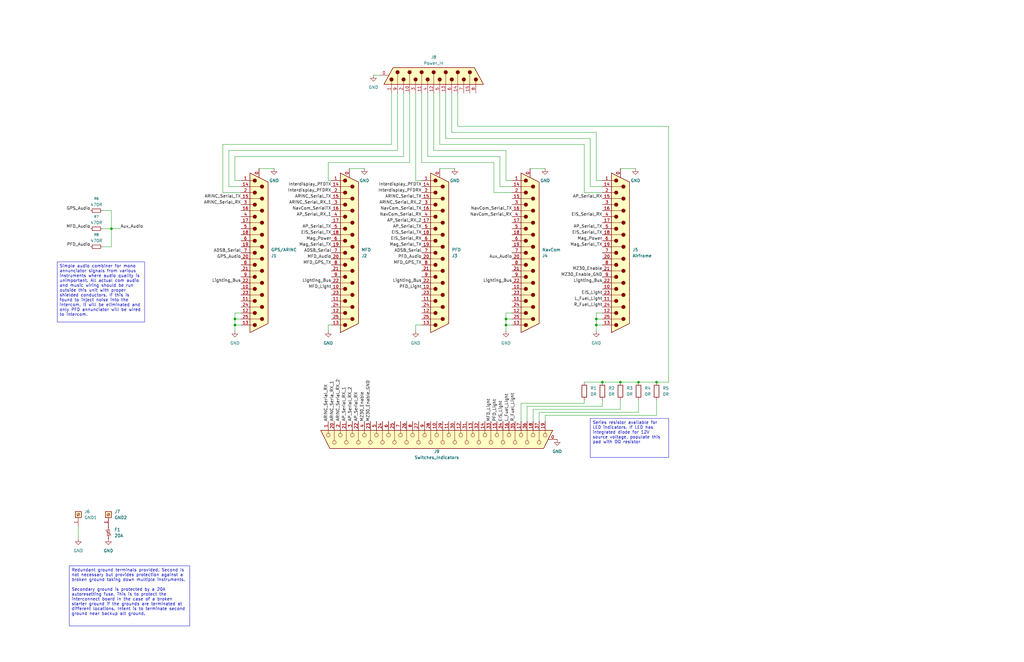
<source format=kicad_sch>
(kicad_sch (version 20250114) (generator "eeschema") (generator_version "9.0")
  (paper "B")
  (lib_symbols
    (symbol "Connector:DA15_Pins_MountingHoles" (pin_names (offset 1.016) (hide yes))
      (property "Reference" "J" (at 0 24.13 0))
      (property "Value" "DA15_Pins_MountingHoles" (at 0 22.225 0))
      (symbol "DA15_Pins_MountingHoles_0_1"
        (polyline (pts (xy -3.81 17.78) (xy -2.54 17.78)))
        (polyline (pts (xy -3.81 15.24) (xy 0.508 15.24)))
        (polyline (pts (xy -3.81 12.7) (xy -2.54 12.7)))
        (polyline (pts (xy -3.81 10.16) (xy 0.508 10.16)))
        (polyline (pts (xy -3.81 7.62) (xy -2.54 7.62)))
        (polyline (pts (xy -3.81 5.08) (xy 0.508 5.08)))
        (polyline (pts (xy -3.81 2.54) (xy -2.54 2.54)))
        (polyline (pts (xy -3.81 0) (xy 0.508 0)))
        (polyline (pts (xy -3.81 -2.54) (xy -2.54 -2.54)))
        (polyline (pts (xy -3.81 -5.08) (xy 0.508 -5.08)))
        (polyline (pts (xy -3.81 -7.62) (xy -2.54 -7.62)))
        (polyline (pts (xy -3.81 -10.16) (xy 0.508 -10.16)))
        (polyline (pts (xy -3.81 -12.7) (xy -2.54 -12.7)))
        (polyline (pts (xy -3.81 -15.24) (xy 0.508 -15.24)))
        (polyline (pts (xy -3.81 -17.78) (xy -2.54 -17.78)))
        (polyline (pts (xy -3.81 -20.955) (xy 3.175 -17.145) (xy 3.175 17.145) (xy -3.81 20.955) (xy -3.81 -20.955)) (stroke (width 0.254)) (fill (type background)))
        (circle (center -1.778 17.78) (radius 0.762) (fill (type outline)))
        (circle (center -1.778 12.7) (radius 0.762) (fill (type outline)))
        (circle (center -1.778 7.62) (radius 0.762) (fill (type outline)))
        (circle (center -1.778 2.54) (radius 0.762) (fill (type outline)))
        (circle (center -1.778 -2.54) (radius 0.762) (fill (type outline)))
        (circle (center -1.778 -7.62) (radius 0.762) (fill (type outline)))
        (circle (center -1.778 -12.7) (radius 0.762) (fill (type outline)))
        (circle (center -1.778 -17.78) (radius 0.762) (fill (type outline)))
        (circle (center 1.27 15.24) (radius 0.762) (fill (type outline)))
        (circle (center 1.27 10.16) (radius 0.762) (fill (type outline)))
        (circle (center 1.27 5.08) (radius 0.762) (fill (type outline)))
        (circle (center 1.27 0) (radius 0.762) (fill (type outline)))
        (circle (center 1.27 -5.08) (radius 0.762) (fill (type outline)))
        (circle (center 1.27 -10.16) (radius 0.762) (fill (type outline)))
        (circle (center 1.27 -15.24) (radius 0.762) (fill (type outline)))
      )
      (symbol "DA15_Pins_MountingHoles_1_1"
        (pin passive line (at -7.62 17.78 0) (length 3.81) (name "8") (number "8"))
        (pin passive line (at -7.62 15.24 0) (length 3.81) (name "P15") (number "15"))
        (pin passive line (at -7.62 12.7 0) (length 3.81) (name "7") (number "7"))
        (pin passive line (at -7.62 10.16 0) (length 3.81) (name "P14") (number "14"))
        (pin passive line (at -7.62 7.62 0) (length 3.81) (name "6") (number "6"))
        (pin passive line (at -7.62 5.08 0) (length 3.81) (name "P13") (number "13"))
        (pin passive line (at -7.62 2.54 0) (length 3.81) (name "5") (number "5"))
        (pin passive line (at -7.62 0 0) (length 3.81) (name "P12") (number "12"))
        (pin passive line (at -7.62 -2.54 0) (length 3.81) (name "4") (number "4"))
        (pin passive line (at -7.62 -5.08 0) (length 3.81) (name "P111") (number "11"))
        (pin passive line (at -7.62 -7.62 0) (length 3.81) (name "3") (number "3"))
        (pin passive line (at -7.62 -10.16 0) (length 3.81) (name "P10") (number "10"))
        (pin passive line (at -7.62 -12.7 0) (length 3.81) (name "2") (number "2"))
        (pin passive line (at -7.62 -15.24 0) (length 3.81) (name "P9") (number "9"))
        (pin passive line (at -7.62 -17.78 0) (length 3.81) (name "1") (number "1"))
        (pin passive line (at 0 -22.86 90) (length 3.81) (name "PAD") (number "0"))
      )
    )
    (symbol "Connector:DB25_Pins_MountingHoles" (pin_names (offset 1.016) (hide yes))
      (property "Reference" "J" (at 0 36.83 0))
      (property "Value" "DB25_Pins_MountingHoles" (at 0 34.925 0))
      (symbol "DB25_Pins_MountingHoles_0_1"
        (polyline (pts (xy -3.81 30.48) (xy -2.54 30.48)))
        (polyline (pts (xy -3.81 27.94) (xy 0.508 27.94)))
        (polyline (pts (xy -3.81 25.4) (xy -2.54 25.4)))
        (polyline (pts (xy -3.81 22.86) (xy 0.508 22.86)))
        (polyline (pts (xy -3.81 20.32) (xy -2.54 20.32)))
        (polyline (pts (xy -3.81 17.78) (xy 0.508 17.78)))
        (polyline (pts (xy -3.81 15.24) (xy -2.54 15.24)))
        (polyline (pts (xy -3.81 12.7) (xy 0.508 12.7)))
        (polyline (pts (xy -3.81 10.16) (xy -2.54 10.16)))
        (polyline (pts (xy -3.81 7.62) (xy 0.508 7.62)))
        (polyline (pts (xy -3.81 5.08) (xy -2.54 5.08)))
        (polyline (pts (xy -3.81 2.54) (xy 0.508 2.54)))
        (polyline (pts (xy -3.81 0) (xy -2.54 0)))
        (polyline (pts (xy -3.81 -2.54) (xy 0.508 -2.54)))
        (polyline (pts (xy -3.81 -5.08) (xy -2.54 -5.08)))
        (polyline (pts (xy -3.81 -7.62) (xy 0.508 -7.62)))
        (polyline (pts (xy -3.81 -10.16) (xy -2.54 -10.16)))
        (polyline (pts (xy -3.81 -12.7) (xy 0.508 -12.7)))
        (polyline (pts (xy -3.81 -15.24) (xy -2.54 -15.24)))
        (polyline (pts (xy -3.81 -17.78) (xy 0.508 -17.78)))
        (polyline (pts (xy -3.81 -20.32) (xy -2.54 -20.32)))
        (polyline (pts (xy -3.81 -22.86) (xy 0.508 -22.86)))
        (polyline (pts (xy -3.81 -25.4) (xy -2.54 -25.4)))
        (polyline (pts (xy -3.81 -27.94) (xy 0.508 -27.94)))
        (polyline (pts (xy -3.81 -30.48) (xy -2.54 -30.48)))
        (polyline (pts (xy -3.81 -33.655) (xy 3.81 -29.845) (xy 3.81 29.845) (xy -3.81 33.655) (xy -3.81 -33.655)) (stroke (width 0.254)) (fill (type background)))
        (circle (center -1.778 30.48) (radius 0.762) (fill (type outline)))
        (circle (center -1.778 25.4) (radius 0.762) (fill (type outline)))
        (circle (center -1.778 20.32) (radius 0.762) (fill (type outline)))
        (circle (center -1.778 15.24) (radius 0.762) (fill (type outline)))
        (circle (center -1.778 10.16) (radius 0.762) (fill (type outline)))
        (circle (center -1.778 5.08) (radius 0.762) (fill (type outline)))
        (circle (center -1.778 0) (radius 0.762) (fill (type outline)))
        (circle (center -1.778 -5.08) (radius 0.762) (fill (type outline)))
        (circle (center -1.778 -10.16) (radius 0.762) (fill (type outline)))
        (circle (center -1.778 -15.24) (radius 0.762) (fill (type outline)))
        (circle (center -1.778 -20.32) (radius 0.762) (fill (type outline)))
        (circle (center -1.778 -25.4) (radius 0.762) (fill (type outline)))
        (circle (center -1.778 -30.48) (radius 0.762) (fill (type outline)))
        (circle (center 1.27 27.94) (radius 0.762) (fill (type outline)))
        (circle (center 1.27 22.86) (radius 0.762) (fill (type outline)))
        (circle (center 1.27 17.78) (radius 0.762) (fill (type outline)))
        (circle (center 1.27 12.7) (radius 0.762) (fill (type outline)))
        (circle (center 1.27 7.62) (radius 0.762) (fill (type outline)))
        (circle (center 1.27 2.54) (radius 0.762) (fill (type outline)))
        (circle (center 1.27 -2.54) (radius 0.762) (fill (type outline)))
        (circle (center 1.27 -7.62) (radius 0.762) (fill (type outline)))
        (circle (center 1.27 -12.7) (radius 0.762) (fill (type outline)))
        (circle (center 1.27 -17.78) (radius 0.762) (fill (type outline)))
        (circle (center 1.27 -22.86) (radius 0.762) (fill (type outline)))
        (circle (center 1.27 -27.94) (radius 0.762) (fill (type outline)))
      )
      (symbol "DB25_Pins_MountingHoles_1_1"
        (pin passive line (at -7.62 30.48 0) (length 3.81) (name "13") (number "13"))
        (pin passive line (at -7.62 27.94 0) (length 3.81) (name "P25") (number "25"))
        (pin passive line (at -7.62 25.4 0) (length 3.81) (name "12") (number "12"))
        (pin passive line (at -7.62 22.86 0) (length 3.81) (name "P24") (number "24"))
        (pin passive line (at -7.62 20.32 0) (length 3.81) (name "11") (number "11"))
        (pin passive line (at -7.62 17.78 0) (length 3.81) (name "P23") (number "23"))
        (pin passive line (at -7.62 15.24 0) (length 3.81) (name "10") (number "10"))
        (pin passive line (at -7.62 12.7 0) (length 3.81) (name "P22") (number "22"))
        (pin passive line (at -7.62 10.16 0) (length 3.81) (name "9") (number "9"))
        (pin passive line (at -7.62 7.62 0) (length 3.81) (name "P21") (number "21"))
        (pin passive line (at -7.62 5.08 0) (length 3.81) (name "8") (number "8"))
        (pin passive line (at -7.62 2.54 0) (length 3.81) (name "P20") (number "20"))
        (pin passive line (at -7.62 0 0) (length 3.81) (name "7") (number "7"))
        (pin passive line (at -7.62 -2.54 0) (length 3.81) (name "P19") (number "19"))
        (pin passive line (at -7.62 -5.08 0) (length 3.81) (name "6") (number "6"))
        (pin passive line (at -7.62 -7.62 0) (length 3.81) (name "P18") (number "18"))
        (pin passive line (at -7.62 -10.16 0) (length 3.81) (name "5") (number "5"))
        (pin passive line (at -7.62 -12.7 0) (length 3.81) (name "P17") (number "17"))
        (pin passive line (at -7.62 -15.24 0) (length 3.81) (name "4") (number "4"))
        (pin passive line (at -7.62 -17.78 0) (length 3.81) (name "P16") (number "16"))
        (pin passive line (at -7.62 -20.32 0) (length 3.81) (name "3") (number "3"))
        (pin passive line (at -7.62 -22.86 0) (length 3.81) (name "P15") (number "15"))
        (pin passive line (at -7.62 -25.4 0) (length 3.81) (name "2") (number "2"))
        (pin passive line (at -7.62 -27.94 0) (length 3.81) (name "P14") (number "14"))
        (pin passive line (at -7.62 -30.48 0) (length 3.81) (name "1") (number "1"))
        (pin passive line (at 0 -35.56 90) (length 3.81) (name "PAD") (number "0"))
      )
    )
    (symbol "Connector:DC37_Socket_MountingHoles" (pin_names (offset 1.016) (hide yes))
      (property "Reference" "J" (at 0 52.07 0))
      (property "Value" "DC37_Socket_MountingHoles" (at 0 50.165 0))
      (symbol "DC37_Socket_MountingHoles_0_1"
        (polyline (pts (xy -3.81 45.72) (xy -2.54 45.72)))
        (polyline (pts (xy -3.81 43.18) (xy 0.508 43.18)))
        (polyline (pts (xy -3.81 40.64) (xy -2.54 40.64)))
        (polyline (pts (xy -3.81 38.1) (xy 0.508 38.1)))
        (polyline (pts (xy -3.81 35.56) (xy -2.54 35.56)))
        (polyline (pts (xy -3.81 33.02) (xy 0.508 33.02)))
        (polyline (pts (xy -3.81 30.48) (xy -2.54 30.48)))
        (polyline (pts (xy -3.81 27.94) (xy 0.508 27.94)))
        (polyline (pts (xy -3.81 25.4) (xy -2.54 25.4)))
        (polyline (pts (xy -3.81 22.86) (xy 0.508 22.86)))
        (polyline (pts (xy -3.81 20.32) (xy -2.54 20.32)))
        (polyline (pts (xy -3.81 17.78) (xy 0.508 17.78)))
        (polyline (pts (xy -3.81 15.24) (xy -2.54 15.24)))
        (polyline (pts (xy -3.81 12.7) (xy 0.508 12.7)))
        (polyline (pts (xy -3.81 10.16) (xy -2.54 10.16)))
        (polyline (pts (xy -3.81 7.62) (xy 0.508 7.62)))
        (polyline (pts (xy -3.81 5.08) (xy -2.54 5.08)))
        (polyline (pts (xy -3.81 2.54) (xy 0.508 2.54)))
        (polyline (pts (xy -3.81 0) (xy -2.54 0)))
        (polyline (pts (xy -3.81 -2.54) (xy 0.508 -2.54)))
        (polyline (pts (xy -3.81 -5.08) (xy -2.54 -5.08)))
        (polyline (pts (xy -3.81 -7.62) (xy 0.508 -7.62)))
        (polyline (pts (xy -3.81 -10.16) (xy -2.54 -10.16)))
        (polyline (pts (xy -3.81 -12.7) (xy 0.508 -12.7)))
        (polyline (pts (xy -3.81 -15.24) (xy -2.54 -15.24)))
        (polyline (pts (xy -3.81 -17.78) (xy 0.508 -17.78)))
        (polyline (pts (xy -3.81 -20.32) (xy -2.54 -20.32)))
        (polyline (pts (xy -3.81 -22.86) (xy 0.508 -22.86)))
        (polyline (pts (xy -3.81 -25.4) (xy -2.54 -25.4)))
        (polyline (pts (xy -3.81 -27.94) (xy 0.508 -27.94)))
        (polyline (pts (xy -3.81 -30.48) (xy -2.54 -30.48)))
        (polyline (pts (xy -3.81 -33.02) (xy 0.508 -33.02)))
        (polyline (pts (xy -3.81 -35.56) (xy -2.54 -35.56)))
        (polyline (pts (xy -3.81 -38.1) (xy 0.508 -38.1)))
        (polyline (pts (xy -3.81 -40.64) (xy -2.54 -40.64)))
        (polyline (pts (xy -3.81 -43.18) (xy 0.508 -43.18)))
        (polyline (pts (xy -3.81 -45.72) (xy -2.54 -45.72)))
        (polyline (pts (xy -3.81 -48.895) (xy 3.81 -45.085) (xy 3.81 45.085) (xy -3.81 48.895) (xy -3.81 -48.895)) (stroke (width 0.254)) (fill (type background)))
        (circle (center -1.778 45.72) (radius 0.762))
        (circle (center -1.778 40.64) (radius 0.762))
        (circle (center -1.778 35.56) (radius 0.762))
        (circle (center -1.778 30.48) (radius 0.762))
        (circle (center -1.778 25.4) (radius 0.762))
        (circle (center -1.778 20.32) (radius 0.762))
        (circle (center -1.778 15.24) (radius 0.762))
        (circle (center -1.778 10.16) (radius 0.762))
        (circle (center -1.778 5.08) (radius 0.762))
        (circle (center -1.778 0) (radius 0.762))
        (circle (center -1.778 -5.08) (radius 0.762))
        (circle (center -1.778 -10.16) (radius 0.762))
        (circle (center -1.778 -15.24) (radius 0.762))
        (circle (center -1.778 -20.32) (radius 0.762))
        (circle (center -1.778 -25.4) (radius 0.762))
        (circle (center -1.778 -30.48) (radius 0.762))
        (circle (center -1.778 -35.56) (radius 0.762))
        (circle (center -1.778 -40.64) (radius 0.762))
        (circle (center -1.778 -45.72) (radius 0.762))
        (circle (center 1.27 43.18) (radius 0.762))
        (circle (center 1.27 38.1) (radius 0.762))
        (circle (center 1.27 33.02) (radius 0.762))
        (circle (center 1.27 27.94) (radius 0.762))
        (circle (center 1.27 22.86) (radius 0.762))
        (circle (center 1.27 17.78) (radius 0.762))
        (circle (center 1.27 12.7) (radius 0.762))
        (circle (center 1.27 7.62) (radius 0.762))
        (circle (center 1.27 2.54) (radius 0.762))
        (circle (center 1.27 -2.54) (radius 0.762))
        (circle (center 1.27 -7.62) (radius 0.762))
        (circle (center 1.27 -12.7) (radius 0.762))
        (circle (center 1.27 -17.78) (radius 0.762))
        (circle (center 1.27 -22.86) (radius 0.762))
        (circle (center 1.27 -27.94) (radius 0.762))
        (circle (center 1.27 -33.02) (radius 0.762))
        (circle (center 1.27 -38.1) (radius 0.762))
        (circle (center 1.27 -43.18) (radius 0.762))
      )
      (symbol "DC37_Socket_MountingHoles_1_1"
        (pin passive line (at -7.62 45.72 0) (length 3.81) (name "1") (number "1"))
        (pin passive line (at -7.62 43.18 0) (length 3.81) (name "20") (number "20"))
        (pin passive line (at -7.62 40.64 0) (length 3.81) (name "2") (number "2"))
        (pin passive line (at -7.62 38.1 0) (length 3.81) (name "21") (number "21"))
        (pin passive line (at -7.62 35.56 0) (length 3.81) (name "3") (number "3"))
        (pin passive line (at -7.62 33.02 0) (length 3.81) (name "22") (number "22"))
        (pin passive line (at -7.62 30.48 0) (length 3.81) (name "4") (number "4"))
        (pin passive line (at -7.62 27.94 0) (length 3.81) (name "23") (number "23"))
        (pin passive line (at -7.62 25.4 0) (length 3.81) (name "5") (number "5"))
        (pin passive line (at -7.62 22.86 0) (length 3.81) (name "24") (number "24"))
        (pin passive line (at -7.62 20.32 0) (length 3.81) (name "6") (number "6"))
        (pin passive line (at -7.62 17.78 0) (length 3.81) (name "25") (number "25"))
        (pin passive line (at -7.62 15.24 0) (length 3.81) (name "7") (number "7"))
        (pin passive line (at -7.62 12.7 0) (length 3.81) (name "26") (number "26"))
        (pin passive line (at -7.62 10.16 0) (length 3.81) (name "8") (number "8"))
        (pin passive line (at -7.62 7.62 0) (length 3.81) (name "27") (number "27"))
        (pin passive line (at -7.62 5.08 0) (length 3.81) (name "9") (number "9"))
        (pin passive line (at -7.62 2.54 0) (length 3.81) (name "28") (number "28"))
        (pin passive line (at -7.62 0 0) (length 3.81) (name "10") (number "10"))
        (pin passive line (at -7.62 -2.54 0) (length 3.81) (name "29") (number "29"))
        (pin passive line (at -7.62 -5.08 0) (length 3.81) (name "11") (number "11"))
        (pin passive line (at -7.62 -7.62 0) (length 3.81) (name "30") (number "30"))
        (pin passive line (at -7.62 -10.16 0) (length 3.81) (name "12") (number "12"))
        (pin passive line (at -7.62 -12.7 0) (length 3.81) (name "31") (number "31"))
        (pin passive line (at -7.62 -15.24 0) (length 3.81) (name "13") (number "13"))
        (pin passive line (at -7.62 -17.78 0) (length 3.81) (name "32") (number "32"))
        (pin passive line (at -7.62 -20.32 0) (length 3.81) (name "14") (number "14"))
        (pin passive line (at -7.62 -22.86 0) (length 3.81) (name "33") (number "33"))
        (pin passive line (at -7.62 -25.4 0) (length 3.81) (name "15") (number "15"))
        (pin passive line (at -7.62 -27.94 0) (length 3.81) (name "34") (number "34"))
        (pin passive line (at -7.62 -30.48 0) (length 3.81) (name "16") (number "16"))
        (pin passive line (at -7.62 -33.02 0) (length 3.81) (name "35") (number "35"))
        (pin passive line (at -7.62 -35.56 0) (length 3.81) (name "17") (number "17"))
        (pin passive line (at -7.62 -38.1 0) (length 3.81) (name "36") (number "36"))
        (pin passive line (at -7.62 -40.64 0) (length 3.81) (name "18") (number "18"))
        (pin passive line (at -7.62 -43.18 0) (length 3.81) (name "37") (number "37"))
        (pin passive line (at -7.62 -45.72 0) (length 3.81) (name "19") (number "19"))
        (pin passive line (at 0 -50.8 90) (length 3.81) (name "PAD") (number "0"))
      )
    )
    (symbol "Connector:Screw_Terminal_01x01" (pin_names (offset 1.016) (hide yes))
      (property "Reference" "J" (at 0 2.54 0))
      (property "Value" "Screw_Terminal_01x01" (at 0 -2.54 0))
      (symbol "Screw_Terminal_01x01_1_1"
        (rectangle (start -1.27 1.27) (end 1.27 -1.27) (stroke (width 0.254)) (fill (type background)))
        (polyline (pts (xy -0.5334 0.3302) (xy 0.3302 -0.508)) (stroke (width 0.1524)))
        (polyline (pts (xy -0.3556 0.508) (xy 0.508 -0.3302)) (stroke (width 0.1524)))
        (circle (center 0 0) (radius 0.635) (stroke (width 0.1524)))
        (pin passive line (at -5.08 0 0) (length 3.81) (name "Pin_1") (number "1"))
      )
    )
    (symbol "Device:Polyfuse_Small" (pin_numbers (hide yes)) (pin_names (offset 0))
      (property "Reference" "F" (at -1.905 0 90))
      (property "Value" "Polyfuse_Small" (at 1.905 0 90))
      (symbol "Polyfuse_Small_0_1"
        (polyline (pts (xy -1.016 1.27) (xy -1.016 0.762) (xy 1.016 -0.762) (xy 1.016 -1.27)))
        (rectangle (start -0.508 1.27) (end 0.508 -1.27))
        (polyline (pts (xy 0 2.54) (xy 0 -2.54)))
      )
      (symbol "Polyfuse_Small_1_1"
        (pin passive line (at 0 2.54 270) (length 0.635) (name "~") (number "1"))
        (pin passive line (at 0 -2.54 90) (length 0.635) (name "~") (number "2"))
      )
    )
    (symbol "Device:R" (pin_numbers (hide yes)) (pin_names (offset 0))
      (property "Reference" "R" (at 2.032 0 90))
      (property "Value" "R" (at 0 0 90))
      (symbol "R_0_1"
        (rectangle (start -1.016 -2.54) (end 1.016 2.54) (stroke (width 0.254)))
      )
      (symbol "R_1_1"
        (pin passive line (at 0 3.81 270) (length 1.27) (name "~") (number "1"))
        (pin passive line (at 0 -3.81 90) (length 1.27) (name "~") (number "2"))
      )
    )
    (symbol "Device:R_Small" (pin_numbers (hide yes)) (pin_names (offset 0.254) (hide yes))
      (property "Reference" "R" (at 0 0 90))
      (property "Value" "R_Small" (at 1.778 0 90))
      (symbol "R_Small_0_1"
        (rectangle (start -0.762 1.778) (end 0.762 -1.778) (stroke (width 0.2032)))
      )
      (symbol "R_Small_1_1"
        (pin passive line (at 0 2.54 270) (length 0.762) (name "~") (number "1"))
        (pin passive line (at 0 -2.54 90) (length 0.762) (name "~") (number "2"))
      )
    )
    (symbol "power:GND" (power) (pin_numbers (hide yes)) (pin_names (offset 0) (hide yes))
      (property "Value" "GND" (at 0 -3.81 0))
      (symbol "GND_0_1"
        (polyline (pts (xy 0 0) (xy 0 -1.27) (xy 1.27 -1.27) (xy 0 -2.54) (xy -1.27 -1.27) (xy 0 -1.27)))
      )
      (symbol "GND_1_1"
        (pin power_in line (at 0 0 270) (length 0) (name "~") (number "1"))
      )
    )
  )
  (text_box "Simple audio combiner for mono annunciator signals from various instruments where audio quality is unimportant. All actual com audio and music wiring should be run outside this unit with proper shielded conductors. If this is found to inject noise into the intercom, it will be eliminated and only PFD annunciator will be wired to intercom." (at 24.13 110.49 0) (size 36.83 25.4) (margins 0.9525 0.9525 0.9525 0.9525) (effects (font (size 1.27 1.27)) (justify left top)))
  (text_box "Redundant ground terminals provided. Second is not necessary but provides protection against a broken ground taking down multiple instruments. \n\nSecondary ground is protected by a 20A autoresetting fuse. This is to protect the interconnect board in the case of a broken starter ground if the grounds are terminated at different locations. Intent is to terminate second ground near backup alt ground." (at 29.21 238.76 0) (size 50.8 25.4) (margins 0.9525 0.9525 0.9525 0.9525) (effects (font (size 1.27 1.27)) (justify left top)))
  (text_box "Series resistor available for LED indicators. If LED has integrated diode for 12V source voltage, populate this pad with 0Ω resistor" (at 248.92 176.53 0) (size 33.02 16.51) (margins 0.9525 0.9525 0.9525 0.9525) (effects (font (size 1.27 1.27)) (justify left top)))
  (junction (at 254 161.29))
  (junction (at 46.99 96.52))
  (junction (at 276.86 161.29))
  (junction (at 99.06 137.16))
  (junction (at 261.62 161.29))
  (junction (at 213.36 134.62))
  (junction (at 251.46 134.62))
  (junction (at 213.36 137.16))
  (junction (at 251.46 137.16))
  (junction (at 99.06 134.62))
  (junction (at 269.24 161.29))
  (wire (pts (xy 99.06 76.2) (xy 101.6 76.2)))
  (wire (pts (xy 43.18 88.9) (xy 46.99 88.9)))
  (wire (pts (xy 46.99 96.52) (xy 50.8 96.52)))
  (wire (pts (xy 43.18 104.14) (xy 46.99 104.14)))
  (wire (pts (xy 175.26 76.2) (xy 177.8 76.2)))
  (wire (pts (xy 276.86 161.29) (xy 281.94 161.29)))
  (wire (pts (xy 213.36 132.08) (xy 213.36 134.62)))
  (wire (pts (xy 208.28 68.58) (xy 208.28 81.28)))
  (wire (pts (xy 109.22 71.12) (xy 115.57 71.12)))
  (wire (pts (xy 33.02 227.33) (xy 33.02 222.25)))
  (wire (pts (xy 182.88 63.5) (xy 213.36 63.5)))
  (wire (pts (xy 210.82 66.04) (xy 180.34 66.04)))
  (wire (pts (xy 172.72 39.37) (xy 172.72 68.58)))
  (wire (pts (xy 246.38 81.28) (xy 246.38 60.96)))
  (wire (pts (xy 182.88 39.37) (xy 182.88 63.5)))
  (wire (pts (xy 180.34 66.04) (xy 180.34 39.37)))
  (wire (pts (xy 99.06 134.62) (xy 99.06 137.16)))
  (wire (pts (xy 177.8 137.16) (xy 175.26 137.16)))
  (wire (pts (xy 175.26 39.37) (xy 175.26 76.2)))
  (wire (pts (xy 227.33 173.99) (xy 269.24 173.99)))
  (wire (pts (xy 43.18 96.52) (xy 46.99 96.52)))
  (wire (pts (xy 165.1 60.96) (xy 93.98 60.96)))
  (wire (pts (xy 170.18 66.04) (xy 99.06 66.04)))
  (wire (pts (xy 193.04 39.37) (xy 193.04 53.34)))
  (wire (pts (xy 224.79 177.8) (xy 224.79 172.72)))
  (wire (pts (xy 251.46 132.08) (xy 251.46 134.62)))
  (wire (pts (xy 254 161.29) (xy 261.62 161.29)))
  (wire (pts (xy 190.5 55.88) (xy 251.46 55.88)))
  (wire (pts (xy 246.38 60.96) (xy 185.42 60.96)))
  (wire (pts (xy 269.24 161.29) (xy 276.86 161.29)))
  (wire (pts (xy 222.25 171.45) (xy 254 171.45)))
  (wire (pts (xy 222.25 177.8) (xy 222.25 171.45)))
  (wire (pts (xy 219.71 177.8) (xy 219.71 170.18)))
  (wire (pts (xy 261.62 161.29) (xy 269.24 161.29)))
  (wire (pts (xy 215.9 132.08) (xy 213.36 132.08)))
  (wire (pts (xy 185.42 60.96) (xy 185.42 39.37)))
  (wire (pts (xy 213.36 137.16) (xy 213.36 139.7)))
  (wire (pts (xy 261.62 71.12) (xy 267.97 71.12)))
  (wire (pts (xy 165.1 39.37) (xy 165.1 60.96)))
  (wire (pts (xy 172.72 68.58) (xy 138.43 68.58)))
  (wire (pts (xy 93.98 81.28) (xy 101.6 81.28)))
  (wire (pts (xy 246.38 170.18) (xy 246.38 168.91)))
  (wire (pts (xy 93.98 60.96) (xy 93.98 81.28)))
  (wire (pts (xy 138.43 68.58) (xy 138.43 76.2)))
  (wire (pts (xy 138.43 139.7) (xy 138.43 137.16)))
  (wire (pts (xy 254 132.08) (xy 251.46 132.08)))
  (wire (pts (xy 99.06 66.04) (xy 99.06 76.2)))
  (wire (pts (xy 254 134.62) (xy 251.46 134.62)))
  (wire (pts (xy 101.6 132.08) (xy 99.06 132.08)))
  (wire (pts (xy 147.32 71.12) (xy 153.67 71.12)))
  (wire (pts (xy 46.99 104.14) (xy 46.99 96.52)))
  (wire (pts (xy 185.42 71.12) (xy 191.77 71.12)))
  (wire (pts (xy 215.9 78.74) (xy 210.82 78.74)))
  (wire (pts (xy 251.46 134.62) (xy 251.46 137.16)))
  (wire (pts (xy 190.5 39.37) (xy 190.5 55.88)))
  (wire (pts (xy 276.86 175.26) (xy 276.86 168.91)))
  (wire (pts (xy 229.87 175.26) (xy 276.86 175.26)))
  (wire (pts (xy 269.24 173.99) (xy 269.24 168.91)))
  (wire (pts (xy 248.92 78.74) (xy 248.92 58.42)))
  (wire (pts (xy 177.8 68.58) (xy 208.28 68.58)))
  (wire (pts (xy 281.94 53.34) (xy 281.94 161.29)))
  (wire (pts (xy 219.71 170.18) (xy 246.38 170.18)))
  (wire (pts (xy 213.36 134.62) (xy 213.36 137.16)))
  (wire (pts (xy 223.52 71.12) (xy 229.87 71.12)))
  (wire (pts (xy 261.62 172.72) (xy 261.62 168.91)))
  (wire (pts (xy 170.18 39.37) (xy 170.18 66.04)))
  (wire (pts (xy 46.99 88.9) (xy 46.99 96.52)))
  (wire (pts (xy 96.52 78.74) (xy 96.52 63.5)))
  (wire (pts (xy 157.48 31.75) (xy 160.02 31.75)))
  (wire (pts (xy 224.79 172.72) (xy 261.62 172.72)))
  (wire (pts (xy 138.43 137.16) (xy 139.7 137.16)))
  (wire (pts (xy 177.8 39.37) (xy 177.8 68.58)))
  (wire (pts (xy 213.36 76.2) (xy 215.9 76.2)))
  (wire (pts (xy 175.26 137.16) (xy 175.26 139.7)))
  (wire (pts (xy 167.64 63.5) (xy 167.64 39.37)))
  (wire (pts (xy 99.06 139.7) (xy 99.06 137.16)))
  (wire (pts (xy 251.46 76.2) (xy 254 76.2)))
  (wire (pts (xy 210.82 66.04) (xy 210.82 78.74)))
  (wire (pts (xy 254 137.16) (xy 251.46 137.16)))
  (wire (pts (xy 229.87 175.26) (xy 229.87 177.8)))
  (wire (pts (xy 254 81.28) (xy 246.38 81.28)))
  (wire (pts (xy 227.33 177.8) (xy 227.33 173.99)))
  (wire (pts (xy 213.36 63.5) (xy 213.36 76.2)))
  (wire (pts (xy 101.6 78.74) (xy 96.52 78.74)))
  (wire (pts (xy 254 171.45) (xy 254 168.91)))
  (wire (pts (xy 251.46 137.16) (xy 251.46 139.7)))
  (wire (pts (xy 138.43 76.2) (xy 139.7 76.2)))
  (wire (pts (xy 187.96 58.42) (xy 187.96 39.37)))
  (wire (pts (xy 193.04 53.34) (xy 281.94 53.34)))
  (wire (pts (xy 99.06 132.08) (xy 99.06 134.62)))
  (wire (pts (xy 208.28 81.28) (xy 215.9 81.28)))
  (wire (pts (xy 215.9 137.16) (xy 213.36 137.16)))
  (wire (pts (xy 254 78.74) (xy 248.92 78.74)))
  (wire (pts (xy 215.9 134.62) (xy 213.36 134.62)))
  (wire (pts (xy 248.92 58.42) (xy 187.96 58.42)))
  (wire (pts (xy 99.06 137.16) (xy 101.6 137.16)))
  (wire (pts (xy 99.06 134.62) (xy 101.6 134.62)))
  (wire (pts (xy 246.38 161.29) (xy 254 161.29)))
  (wire (pts (xy 251.46 55.88) (xy 251.46 76.2)))
  (wire (pts (xy 96.52 63.5) (xy 167.64 63.5)))
  (label "Mag_Power" (at 139.7 101.6 180))
  (label "ARINC_Serial_RX_2" (at 177.8 86.36 180))
  (label "MZ30_Enable_GND" (at 156.21 177.8 90))
  (label "ARINC_Serial_RX" (at 138.43 177.8 90))
  (label "MFD_GPS_TX" (at 139.7 111.76 180))
  (label "Interdisplay_PFDRX" (at 177.8 81.28 180))
  (label "AP_Serial_RX_1" (at 146.05 177.8 90))
  (label "PFD_Audio" (at 38.1 104.14 180))
  (label "ARINC_Serial_RX_1" (at 139.7 86.36 180))
  (label "R_Fuel_Light" (at 254 129.54 180))
  (label "MFD_GPS_TX" (at 177.8 111.76 180))
  (label "MFD_Light" (at 139.7 121.92 180))
  (label "EIS_Light" (at 212.09 177.8 90))
  (label "R_Fuel_Light" (at 217.17 177.8 90))
  (label "ADSB_Serial" (at 177.8 106.68 180))
  (label "L_Fuel_Light" (at 254 127 180))
  (label "GPS_Audio" (at 38.1 88.9 180))
  (label "AP_Serial_RX_1" (at 139.7 91.44 180))
  (label "MFD_Audio" (at 139.7 109.22 180))
  (label "AP_Serial_TX" (at 139.7 96.52 180))
  (label "Lighting_Bus" (at 215.9 119.38 180))
  (label "ARINC_Serial_RX" (at 101.6 86.36 180))
  (label "Mag_Serial_TX" (at 177.8 104.14 180))
  (label "AP_Serial_RX" (at 151.13 177.8 90))
  (label "PFD_Light" (at 209.55 177.8 90))
  (label "AP_Serial_RX" (at 254 83.82 180))
  (label "ADSB_Serial" (at 101.6 106.68 180))
  (label "EIS_Light" (at 254 124.46 180))
  (label "PFD_Audio" (at 177.8 109.22 180))
  (label "MZ30_Enable_GND" (at 254 116.84 180))
  (label "ARINC_Serial_TX" (at 139.7 83.82 180))
  (label "ARINC_Seria_RX_1" (at 140.97 177.8 90))
  (label "ARINC_Serial_TX" (at 101.6 83.82 180))
  (label "GPS_Audio" (at 101.6 109.22 180))
  (label "Lighting_Bus" (at 139.7 119.38 180))
  (label "Lighting_Bus" (at 177.8 119.38 180))
  (label "EIS_Serial_TX" (at 177.8 99.06 180))
  (label "MFD_Light" (at 207.01 177.8 90))
  (label "Mag_Serial_TX" (at 254 104.14 180))
  (label "Aux_Audio" (at 215.9 109.22 180))
  (label "NavCom_Serial_RX" (at 215.9 91.44 180))
  (label "Lighting_Bus" (at 254 119.38 180))
  (label "Aux_Audio" (at 50.8 96.52 0))
  (label "MFD_Audio" (at 38.1 96.52 180))
  (label "Interdisplay_PFDRX" (at 139.7 81.28 180))
  (label "Interdisplay_PFDTX" (at 139.7 78.74 180))
  (label "NavCom_Serial_TX" (at 177.8 88.9 180))
  (label "Mag_Power" (at 254 101.6 180))
  (label "AP_Serial_RX_2" (at 177.8 93.98 180))
  (label "Lighting_Bus" (at 101.6 119.38 180))
  (label "PFD_Light" (at 177.8 121.92 180))
  (label "ADSB_Serial" (at 139.7 106.68 180))
  (label "NavCom_Serial_TX" (at 215.9 88.9 180))
  (label "EIS_Serial_TX" (at 254 99.06 180))
  (label "Mag_Serial_TX" (at 139.7 104.14 180))
  (label "MZ30_Enable" (at 254 114.3 180))
  (label "NavCom_SerialTX" (at 139.7 88.9 180))
  (label "EIS_Serial_RX" (at 177.8 101.6 180))
  (label "EIS_Serial_TX" (at 139.7 99.06 180))
  (label "Interdisplay_PFDTX" (at 177.8 78.74 180))
  (label "L_Fuel_Light" (at 214.63 177.8 90))
  (label "AP_Serial_RX_2" (at 148.59 177.8 90))
  (label "ARINC_Serial_RX_2" (at 143.51 177.8 90))
  (label "NavCom_Serial_RX" (at 177.8 91.44 180))
  (label "AP_Serial_TX" (at 254 96.52 180))
  (label "ARINC_Serial_TX" (at 177.8 83.82 180))
  (label "EIS_Serial_RX" (at 254 91.44 180))
  (label "MZ30_Enable" (at 153.67 177.8 90))
  (label "AP_Serial_TX" (at 177.8 96.52 180))
  (symbol (lib_id "Device:R_Small") (at 40.64 96.52 90) (unit 1)
    (property "Reference" "R7" (at 40.64 91.44 90) (effects (font (size 1.016 1.016))))
    (property "Value" "470R" (at 40.64 93.98 90))
    (property "Footprint" "Resistor_SMD:R_0805_2012Metric" (effects (hide yes)))
    (property "Description" "Resistor, small symbol" (effects (hide yes)))
  )
  (symbol (lib_id "power:GND") (at 213.36 139.7 0) (unit 1)
    (property "Reference" "#PWR09" (effects (hide yes)))
    (property "Value" "GND" (at 213.36 144.78 0))
    (property "Description" "Power symbol creates a global label with name \"GND\" , ground" (effects (hide yes)))
  )
  (symbol (lib_id "power:GND") (at 234.95 185.42 0) (unit 1)
    (property "Reference" "#PWR014" (effects (hide yes)))
    (property "Value" "GND" (at 234.95 190.5 0))
    (property "Description" "Power symbol creates a global label with name \"GND\" , ground" (effects (hide yes)))
  )
  (symbol (lib_id "power:GND") (at 99.06 139.7 0) (unit 1)
    (property "Reference" "#PWR06" (effects (hide yes)))
    (property "Value" "GND" (at 99.06 144.78 0))
    (property "Description" "Power symbol creates a global label with name \"GND\" , ground" (effects (hide yes)))
  )
  (symbol (lib_id "power:GND") (at 175.26 139.7 0) (unit 1)
    (property "Reference" "#PWR08" (effects (hide yes)))
    (property "Value" "GND" (at 175.26 144.78 0))
    (property "Description" "Power symbol creates a global label with name \"GND\" , ground" (effects (hide yes)))
  )
  (symbol (lib_id "power:GND") (at 115.57 71.12 0) (unit 1)
    (property "Reference" "#PWR01" (effects (hide yes)))
    (property "Value" "GND" (at 115.57 76.2 0))
    (property "Description" "Power symbol creates a global label with name \"GND\" , ground" (effects (hide yes)))
  )
  (symbol (lib_id "Device:R_Small") (at 40.64 104.14 90) (unit 1)
    (property "Reference" "R8" (at 40.64 99.06 90) (effects (font (size 1.016 1.016))))
    (property "Value" "470R" (at 40.64 101.6 90))
    (property "Footprint" "Resistor_SMD:R_0805_2012Metric" (effects (hide yes)))
    (property "Description" "Resistor, small symbol" (effects (hide yes)))
  )
  (symbol (lib_id "Device:R") (at 261.62 165.1 180) (unit 1)
    (property "Reference" "R3" (at 264.16 163.8299 0) (effects (justify right)))
    (property "Value" "0R" (at 264.16 166.3699 0) (effects (justify right)))
    (property "Footprint" "Resistor_SMD:R_0805_2012Metric" (effects (hide yes)))
    (property "Description" "Resistor" (effects (hide yes)))
  )
  (symbol (lib_id "power:GND") (at 157.48 31.75 0) (unit 1)
    (property "Reference" "#PWR013" (effects (hide yes)))
    (property "Value" "GND" (at 157.48 36.83 0))
    (property "Description" "Power symbol creates a global label with name \"GND\" , ground" (effects (hide yes)))
  )
  (symbol (lib_id "Connector:DA15_Pins_MountingHoles") (at 182.88 31.75 270) (mirror x) (unit 1)
    (property "Reference" "J8" (at 182.88 24.13 90))
    (property "Value" "Power_In" (at 182.88 26.67 90))
    (property "Footprint" "Connector_Dsub:DSUB-15_Socket_Vertical_P2.77x2.84mm_MountingHoles" (effects (hide yes)))
    (property "Description" "15-pin D-SUB connector, pins (male) (low-density/2 columns), Mounting Hole" (effects (hide yes)))
  )
  (symbol (lib_id "Connector:Screw_Terminal_01x01") (at 45.72 217.17 90) (unit 1)
    (property "Reference" "J7" (at 48.26 215.8999 90) (effects (justify right)))
    (property "Value" "GND2" (at 48.26 218.4399 90) (effects (justify right)))
    (property "Description" "Generic screw terminal, single row, 01x01, script generated (kicad-library-utils/schlib/autogen/connector/)" (effects (hide yes)))
  )
  (symbol (lib_id "Device:R") (at 246.38 165.1 180) (unit 1)
    (property "Reference" "R1" (at 248.92 163.8299 0) (effects (justify right)))
    (property "Value" "0R" (at 248.92 166.3699 0) (effects (justify right)))
    (property "Footprint" "Resistor_SMD:R_0805_2012Metric" (effects (hide yes)))
    (property "Description" "Resistor" (effects (hide yes)))
  )
  (symbol (lib_id "Connector:DB25_Pins_MountingHoles") (at 261.62 106.68 0) (mirror x) (unit 1)
    (property "Reference" "J5" (at 266.7 105.4099 0) (effects (justify left)))
    (property "Value" "Airframe" (at 266.7 107.9499 0) (effects (justify left)))
    (property "Footprint" "Connector_Dsub:DSUB-25_Socket_Vertical_P2.77x2.84mm_MountingHoles" (effects (hide yes)))
    (property "Description" "25-pin D-SUB connector, pins (male), Mounting Hole" (effects (hide yes)))
  )
  (symbol (lib_id "Device:R") (at 254 165.1 180) (unit 1)
    (property "Reference" "R2" (at 256.54 163.8299 0) (effects (justify right)))
    (property "Value" "0R" (at 256.54 166.3699 0) (effects (justify right)))
    (property "Footprint" "Resistor_SMD:R_0805_2012Metric" (effects (hide yes)))
    (property "Description" "Resistor" (effects (hide yes)))
  )
  (symbol (lib_id "power:GND") (at 267.97 71.12 0) (unit 1)
    (property "Reference" "#PWR05" (effects (hide yes)))
    (property "Value" "GND" (at 267.97 76.2 0))
    (property "Description" "Power symbol creates a global label with name \"GND\" , ground" (effects (hide yes)))
  )
  (symbol (lib_id "power:GND") (at 33.02 227.33 0) (unit 1)
    (property "Reference" "#PWR011" (effects (hide yes)))
    (property "Value" "GND" (at 33.02 232.41 0))
    (property "Description" "Power symbol creates a global label with name \"GND\" , ground" (effects (hide yes)))
  )
  (symbol (lib_id "Connector:DC37_Socket_MountingHoles") (at 184.15 185.42 90) (mirror x) (unit 1)
    (property "Reference" "J9" (at 184.15 190.5 90))
    (property "Value" "Switches_Indicators" (at 184.15 193.04 90))
    (property "Footprint" "Connector_Dsub:DSUB-37_Socket_Vertical_P2.77x2.84mm_MountingHoles" (effects (hide yes)))
    (property "Description" "37-pin D-SUB connector, socket (female), Mounting Hole" (effects (hide yes)))
  )
  (symbol (lib_id "Connector:DB25_Pins_MountingHoles") (at 185.42 106.68 0) (mirror x) (unit 1)
    (property "Reference" "J3" (at 190.5 107.9501 0) (effects (justify left)))
    (property "Value" "PFD" (at 190.5 105.4101 0) (effects (justify left)))
    (property "Footprint" "Connector_Dsub:DSUB-25_Socket_Vertical_P2.77x2.84mm_MountingHoles" (effects (hide yes)))
    (property "Description" "25-pin D-SUB connector, pins (male), Mounting Hole" (effects (hide yes)))
  )
  (symbol (lib_id "Connector:DB25_Pins_MountingHoles") (at 147.32 106.68 0) (mirror x) (unit 1)
    (property "Reference" "J2" (at 152.4 107.9501 0) (effects (justify left)))
    (property "Value" "MFD" (at 152.4 105.4101 0) (effects (justify left)))
    (property "Footprint" "Connector_Dsub:DSUB-25_Socket_Vertical_P2.77x2.84mm_MountingHoles" (effects (hide yes)))
    (property "Description" "25-pin D-SUB connector, pins (male), Mounting Hole" (effects (hide yes)))
  )
  (symbol (lib_id "Device:R") (at 276.86 165.1 180) (unit 1)
    (property "Reference" "R5" (at 279.4 163.8299 0) (effects (justify right)))
    (property "Value" "0R" (at 279.4 166.3699 0) (effects (justify right)))
    (property "Footprint" "Resistor_SMD:R_0805_2012Metric" (effects (hide yes)))
    (property "Description" "Resistor" (effects (hide yes)))
  )
  (symbol (lib_id "Device:Polyfuse_Small") (at 45.72 224.79 0) (unit 1)
    (property "Reference" "F1" (at 48.26 223.5199 0) (effects (justify left)))
    (property "Value" "20A" (at 48.26 226.0599 0) (effects (justify left)))
    (property "Footprint" "Fuse:Fuse_0805_2012Metric" (effects (hide yes)))
    (property "Description" "Resettable fuse, polymeric positive temperature coefficient, small symbol" (effects (hide yes)))
  )
  (symbol (lib_id "Connector:DB25_Pins_MountingHoles") (at 109.22 106.68 0) (mirror x) (unit 1)
    (property "Reference" "J1" (at 114.3 107.9501 0) (effects (justify left)))
    (property "Value" "GPS/ARINC" (at 114.3 105.4101 0) (effects (justify left)))
    (property "Footprint" "Connector_Dsub:DSUB-25_Socket_Vertical_P2.77x2.84mm_MountingHoles" (effects (hide yes)))
    (property "Description" "25-pin D-SUB connector, pins (male), Mounting Hole" (effects (hide yes)))
  )
  (symbol (lib_id "power:GND") (at 138.43 139.7 0) (unit 1)
    (property "Reference" "#PWR07" (effects (hide yes)))
    (property "Value" "GND" (at 138.43 144.78 0))
    (property "Description" "Power symbol creates a global label with name \"GND\" , ground" (effects (hide yes)))
  )
  (symbol (lib_id "power:GND") (at 45.72 227.33 0) (unit 1)
    (property "Reference" "#PWR012" (effects (hide yes)))
    (property "Value" "GND" (at 45.72 232.41 0))
    (property "Description" "Power symbol creates a global label with name \"GND\" , ground" (effects (hide yes)))
  )
  (symbol (lib_id "Connector:DB25_Pins_MountingHoles") (at 223.52 106.68 0) (mirror x) (unit 1)
    (property "Reference" "J4" (at 228.6 107.9501 0) (effects (justify left)))
    (property "Value" "NavCom" (at 228.6 105.4101 0) (effects (justify left)))
    (property "Footprint" "Connector_Dsub:DSUB-25_Socket_Vertical_P2.77x2.84mm_MountingHoles" (effects (hide yes)))
    (property "Description" "25-pin D-SUB connector, pins (male), Mounting Hole" (effects (hide yes)))
  )
  (symbol (lib_id "power:GND") (at 153.67 71.12 0) (unit 1)
    (property "Reference" "#PWR02" (effects (hide yes)))
    (property "Value" "GND" (at 153.67 76.2 0))
    (property "Description" "Power symbol creates a global label with name \"GND\" , ground" (effects (hide yes)))
  )
  (symbol (lib_id "Device:R_Small") (at 40.64 88.9 90) (unit 1)
    (property "Reference" "R6" (at 40.64 83.82 90) (effects (font (size 1.016 1.016))))
    (property "Value" "470R" (at 40.64 86.36 90))
    (property "Footprint" "Resistor_SMD:R_0805_2012Metric" (effects (hide yes)))
    (property "Description" "Resistor, small symbol" (effects (hide yes)))
  )
  (symbol (lib_id "power:GND") (at 191.77 71.12 0) (unit 1)
    (property "Reference" "#PWR03" (effects (hide yes)))
    (property "Value" "GND" (at 191.77 76.2 0))
    (property "Description" "Power symbol creates a global label with name \"GND\" , ground" (effects (hide yes)))
  )
  (symbol (lib_id "power:GND") (at 229.87 71.12 0) (unit 1)
    (property "Reference" "#PWR04" (effects (hide yes)))
    (property "Value" "GND" (at 229.87 76.2 0))
    (property "Description" "Power symbol creates a global label with name \"GND\" , ground" (effects (hide yes)))
  )
  (symbol (lib_id "Connector:Screw_Terminal_01x01") (at 33.02 217.17 90) (unit 1)
    (property "Reference" "J6" (at 35.56 215.8999 90) (effects (justify right)))
    (property "Value" "GND1" (at 35.56 218.4399 90) (effects (justify right)))
    (property "Description" "Generic screw terminal, single row, 01x01, script generated (kicad-library-utils/schlib/autogen/connector/)" (effects (hide yes)))
  )
  (symbol (lib_id "power:GND") (at 251.46 139.7 0) (unit 1)
    (property "Reference" "#PWR010" (effects (hide yes)))
    (property "Value" "GND" (at 251.46 144.78 0))
    (property "Description" "Power symbol creates a global label with name \"GND\" , ground" (effects (hide yes)))
  )
  (symbol (lib_id "Device:R") (at 269.24 165.1 180) (unit 1)
    (property "Reference" "R4" (at 271.78 163.8299 0) (effects (justify right)))
    (property "Value" "0R" (at 271.78 166.3699 0) (effects (justify right)))
    (property "Footprint" "Resistor_SMD:R_0805_2012Metric" (effects (hide yes)))
    (property "Description" "Resistor" (effects (hide yes)))
  )
)
</source>
